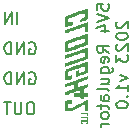
<source format=gbr>
%TF.GenerationSoftware,KiCad,Pcbnew,7.0.5*%
%TF.CreationDate,2023-06-08T09:16:16-06:00*%
%TF.ProjectId,VoltageRegulator,566f6c74-6167-4655-9265-67756c61746f,rev?*%
%TF.SameCoordinates,Original*%
%TF.FileFunction,Legend,Bot*%
%TF.FilePolarity,Positive*%
%FSLAX46Y46*%
G04 Gerber Fmt 4.6, Leading zero omitted, Abs format (unit mm)*
G04 Created by KiCad (PCBNEW 7.0.5) date 2023-06-08 09:16:16*
%MOMM*%
%LPD*%
G01*
G04 APERTURE LIST*
%ADD10C,0.150000*%
G04 APERTURE END LIST*
D10*
X134918220Y-95119819D02*
X134918220Y-94119819D01*
X134442030Y-95119819D02*
X134442030Y-94119819D01*
X134442030Y-94119819D02*
X133870602Y-95119819D01*
X133870602Y-95119819D02*
X133870602Y-94119819D01*
X136124744Y-101739819D02*
X135934268Y-101739819D01*
X135934268Y-101739819D02*
X135839030Y-101787438D01*
X135839030Y-101787438D02*
X135743792Y-101882676D01*
X135743792Y-101882676D02*
X135696173Y-102073152D01*
X135696173Y-102073152D02*
X135696173Y-102406485D01*
X135696173Y-102406485D02*
X135743792Y-102596961D01*
X135743792Y-102596961D02*
X135839030Y-102692200D01*
X135839030Y-102692200D02*
X135934268Y-102739819D01*
X135934268Y-102739819D02*
X136124744Y-102739819D01*
X136124744Y-102739819D02*
X136219982Y-102692200D01*
X136219982Y-102692200D02*
X136315220Y-102596961D01*
X136315220Y-102596961D02*
X136362839Y-102406485D01*
X136362839Y-102406485D02*
X136362839Y-102073152D01*
X136362839Y-102073152D02*
X136315220Y-101882676D01*
X136315220Y-101882676D02*
X136219982Y-101787438D01*
X136219982Y-101787438D02*
X136124744Y-101739819D01*
X135267601Y-101739819D02*
X135267601Y-102549342D01*
X135267601Y-102549342D02*
X135219982Y-102644580D01*
X135219982Y-102644580D02*
X135172363Y-102692200D01*
X135172363Y-102692200D02*
X135077125Y-102739819D01*
X135077125Y-102739819D02*
X134886649Y-102739819D01*
X134886649Y-102739819D02*
X134791411Y-102692200D01*
X134791411Y-102692200D02*
X134743792Y-102644580D01*
X134743792Y-102644580D02*
X134696173Y-102549342D01*
X134696173Y-102549342D02*
X134696173Y-101739819D01*
X134362839Y-101739819D02*
X133791411Y-101739819D01*
X134077125Y-102739819D02*
X134077125Y-101739819D01*
X135918411Y-99247438D02*
X136013649Y-99199819D01*
X136013649Y-99199819D02*
X136156506Y-99199819D01*
X136156506Y-99199819D02*
X136299363Y-99247438D01*
X136299363Y-99247438D02*
X136394601Y-99342676D01*
X136394601Y-99342676D02*
X136442220Y-99437914D01*
X136442220Y-99437914D02*
X136489839Y-99628390D01*
X136489839Y-99628390D02*
X136489839Y-99771247D01*
X136489839Y-99771247D02*
X136442220Y-99961723D01*
X136442220Y-99961723D02*
X136394601Y-100056961D01*
X136394601Y-100056961D02*
X136299363Y-100152200D01*
X136299363Y-100152200D02*
X136156506Y-100199819D01*
X136156506Y-100199819D02*
X136061268Y-100199819D01*
X136061268Y-100199819D02*
X135918411Y-100152200D01*
X135918411Y-100152200D02*
X135870792Y-100104580D01*
X135870792Y-100104580D02*
X135870792Y-99771247D01*
X135870792Y-99771247D02*
X136061268Y-99771247D01*
X135442220Y-100199819D02*
X135442220Y-99199819D01*
X135442220Y-99199819D02*
X134870792Y-100199819D01*
X134870792Y-100199819D02*
X134870792Y-99199819D01*
X134394601Y-100199819D02*
X134394601Y-99199819D01*
X134394601Y-99199819D02*
X134156506Y-99199819D01*
X134156506Y-99199819D02*
X134013649Y-99247438D01*
X134013649Y-99247438D02*
X133918411Y-99342676D01*
X133918411Y-99342676D02*
X133870792Y-99437914D01*
X133870792Y-99437914D02*
X133823173Y-99628390D01*
X133823173Y-99628390D02*
X133823173Y-99771247D01*
X133823173Y-99771247D02*
X133870792Y-99961723D01*
X133870792Y-99961723D02*
X133918411Y-100056961D01*
X133918411Y-100056961D02*
X134013649Y-100152200D01*
X134013649Y-100152200D02*
X134156506Y-100199819D01*
X134156506Y-100199819D02*
X134394601Y-100199819D01*
X141658819Y-93909141D02*
X141658819Y-93432951D01*
X141658819Y-93432951D02*
X142135009Y-93385332D01*
X142135009Y-93385332D02*
X142087390Y-93432951D01*
X142087390Y-93432951D02*
X142039771Y-93528189D01*
X142039771Y-93528189D02*
X142039771Y-93766284D01*
X142039771Y-93766284D02*
X142087390Y-93861522D01*
X142087390Y-93861522D02*
X142135009Y-93909141D01*
X142135009Y-93909141D02*
X142230247Y-93956760D01*
X142230247Y-93956760D02*
X142468342Y-93956760D01*
X142468342Y-93956760D02*
X142563580Y-93909141D01*
X142563580Y-93909141D02*
X142611200Y-93861522D01*
X142611200Y-93861522D02*
X142658819Y-93766284D01*
X142658819Y-93766284D02*
X142658819Y-93528189D01*
X142658819Y-93528189D02*
X142611200Y-93432951D01*
X142611200Y-93432951D02*
X142563580Y-93385332D01*
X141658819Y-94242475D02*
X142658819Y-94575808D01*
X142658819Y-94575808D02*
X141658819Y-94909141D01*
X141992152Y-95671046D02*
X142658819Y-95671046D01*
X141611200Y-95432951D02*
X142325485Y-95194856D01*
X142325485Y-95194856D02*
X142325485Y-95813903D01*
X142658819Y-97528189D02*
X142182628Y-97194856D01*
X142658819Y-96956761D02*
X141658819Y-96956761D01*
X141658819Y-96956761D02*
X141658819Y-97337713D01*
X141658819Y-97337713D02*
X141706438Y-97432951D01*
X141706438Y-97432951D02*
X141754057Y-97480570D01*
X141754057Y-97480570D02*
X141849295Y-97528189D01*
X141849295Y-97528189D02*
X141992152Y-97528189D01*
X141992152Y-97528189D02*
X142087390Y-97480570D01*
X142087390Y-97480570D02*
X142135009Y-97432951D01*
X142135009Y-97432951D02*
X142182628Y-97337713D01*
X142182628Y-97337713D02*
X142182628Y-96956761D01*
X142611200Y-98337713D02*
X142658819Y-98242475D01*
X142658819Y-98242475D02*
X142658819Y-98051999D01*
X142658819Y-98051999D02*
X142611200Y-97956761D01*
X142611200Y-97956761D02*
X142515961Y-97909142D01*
X142515961Y-97909142D02*
X142135009Y-97909142D01*
X142135009Y-97909142D02*
X142039771Y-97956761D01*
X142039771Y-97956761D02*
X141992152Y-98051999D01*
X141992152Y-98051999D02*
X141992152Y-98242475D01*
X141992152Y-98242475D02*
X142039771Y-98337713D01*
X142039771Y-98337713D02*
X142135009Y-98385332D01*
X142135009Y-98385332D02*
X142230247Y-98385332D01*
X142230247Y-98385332D02*
X142325485Y-97909142D01*
X141992152Y-99242475D02*
X142801676Y-99242475D01*
X142801676Y-99242475D02*
X142896914Y-99194856D01*
X142896914Y-99194856D02*
X142944533Y-99147237D01*
X142944533Y-99147237D02*
X142992152Y-99051999D01*
X142992152Y-99051999D02*
X142992152Y-98909142D01*
X142992152Y-98909142D02*
X142944533Y-98813904D01*
X142611200Y-99242475D02*
X142658819Y-99147237D01*
X142658819Y-99147237D02*
X142658819Y-98956761D01*
X142658819Y-98956761D02*
X142611200Y-98861523D01*
X142611200Y-98861523D02*
X142563580Y-98813904D01*
X142563580Y-98813904D02*
X142468342Y-98766285D01*
X142468342Y-98766285D02*
X142182628Y-98766285D01*
X142182628Y-98766285D02*
X142087390Y-98813904D01*
X142087390Y-98813904D02*
X142039771Y-98861523D01*
X142039771Y-98861523D02*
X141992152Y-98956761D01*
X141992152Y-98956761D02*
X141992152Y-99147237D01*
X141992152Y-99147237D02*
X142039771Y-99242475D01*
X141992152Y-100147237D02*
X142658819Y-100147237D01*
X141992152Y-99718666D02*
X142515961Y-99718666D01*
X142515961Y-99718666D02*
X142611200Y-99766285D01*
X142611200Y-99766285D02*
X142658819Y-99861523D01*
X142658819Y-99861523D02*
X142658819Y-100004380D01*
X142658819Y-100004380D02*
X142611200Y-100099618D01*
X142611200Y-100099618D02*
X142563580Y-100147237D01*
X142658819Y-100766285D02*
X142611200Y-100671047D01*
X142611200Y-100671047D02*
X142515961Y-100623428D01*
X142515961Y-100623428D02*
X141658819Y-100623428D01*
X142658819Y-101575809D02*
X142135009Y-101575809D01*
X142135009Y-101575809D02*
X142039771Y-101528190D01*
X142039771Y-101528190D02*
X141992152Y-101432952D01*
X141992152Y-101432952D02*
X141992152Y-101242476D01*
X141992152Y-101242476D02*
X142039771Y-101147238D01*
X142611200Y-101575809D02*
X142658819Y-101480571D01*
X142658819Y-101480571D02*
X142658819Y-101242476D01*
X142658819Y-101242476D02*
X142611200Y-101147238D01*
X142611200Y-101147238D02*
X142515961Y-101099619D01*
X142515961Y-101099619D02*
X142420723Y-101099619D01*
X142420723Y-101099619D02*
X142325485Y-101147238D01*
X142325485Y-101147238D02*
X142277866Y-101242476D01*
X142277866Y-101242476D02*
X142277866Y-101480571D01*
X142277866Y-101480571D02*
X142230247Y-101575809D01*
X141992152Y-101909143D02*
X141992152Y-102290095D01*
X141658819Y-102052000D02*
X142515961Y-102052000D01*
X142515961Y-102052000D02*
X142611200Y-102099619D01*
X142611200Y-102099619D02*
X142658819Y-102194857D01*
X142658819Y-102194857D02*
X142658819Y-102290095D01*
X142658819Y-102766286D02*
X142611200Y-102671048D01*
X142611200Y-102671048D02*
X142563580Y-102623429D01*
X142563580Y-102623429D02*
X142468342Y-102575810D01*
X142468342Y-102575810D02*
X142182628Y-102575810D01*
X142182628Y-102575810D02*
X142087390Y-102623429D01*
X142087390Y-102623429D02*
X142039771Y-102671048D01*
X142039771Y-102671048D02*
X141992152Y-102766286D01*
X141992152Y-102766286D02*
X141992152Y-102909143D01*
X141992152Y-102909143D02*
X142039771Y-103004381D01*
X142039771Y-103004381D02*
X142087390Y-103052000D01*
X142087390Y-103052000D02*
X142182628Y-103099619D01*
X142182628Y-103099619D02*
X142468342Y-103099619D01*
X142468342Y-103099619D02*
X142563580Y-103052000D01*
X142563580Y-103052000D02*
X142611200Y-103004381D01*
X142611200Y-103004381D02*
X142658819Y-102909143D01*
X142658819Y-102909143D02*
X142658819Y-102766286D01*
X142658819Y-103528191D02*
X141992152Y-103528191D01*
X142182628Y-103528191D02*
X142087390Y-103575810D01*
X142087390Y-103575810D02*
X142039771Y-103623429D01*
X142039771Y-103623429D02*
X141992152Y-103718667D01*
X141992152Y-103718667D02*
X141992152Y-103813905D01*
X143364057Y-94885333D02*
X143316438Y-94932952D01*
X143316438Y-94932952D02*
X143268819Y-95028190D01*
X143268819Y-95028190D02*
X143268819Y-95266285D01*
X143268819Y-95266285D02*
X143316438Y-95361523D01*
X143316438Y-95361523D02*
X143364057Y-95409142D01*
X143364057Y-95409142D02*
X143459295Y-95456761D01*
X143459295Y-95456761D02*
X143554533Y-95456761D01*
X143554533Y-95456761D02*
X143697390Y-95409142D01*
X143697390Y-95409142D02*
X144268819Y-94837714D01*
X144268819Y-94837714D02*
X144268819Y-95456761D01*
X143268819Y-96075809D02*
X143268819Y-96171047D01*
X143268819Y-96171047D02*
X143316438Y-96266285D01*
X143316438Y-96266285D02*
X143364057Y-96313904D01*
X143364057Y-96313904D02*
X143459295Y-96361523D01*
X143459295Y-96361523D02*
X143649771Y-96409142D01*
X143649771Y-96409142D02*
X143887866Y-96409142D01*
X143887866Y-96409142D02*
X144078342Y-96361523D01*
X144078342Y-96361523D02*
X144173580Y-96313904D01*
X144173580Y-96313904D02*
X144221200Y-96266285D01*
X144221200Y-96266285D02*
X144268819Y-96171047D01*
X144268819Y-96171047D02*
X144268819Y-96075809D01*
X144268819Y-96075809D02*
X144221200Y-95980571D01*
X144221200Y-95980571D02*
X144173580Y-95932952D01*
X144173580Y-95932952D02*
X144078342Y-95885333D01*
X144078342Y-95885333D02*
X143887866Y-95837714D01*
X143887866Y-95837714D02*
X143649771Y-95837714D01*
X143649771Y-95837714D02*
X143459295Y-95885333D01*
X143459295Y-95885333D02*
X143364057Y-95932952D01*
X143364057Y-95932952D02*
X143316438Y-95980571D01*
X143316438Y-95980571D02*
X143268819Y-96075809D01*
X143364057Y-96790095D02*
X143316438Y-96837714D01*
X143316438Y-96837714D02*
X143268819Y-96932952D01*
X143268819Y-96932952D02*
X143268819Y-97171047D01*
X143268819Y-97171047D02*
X143316438Y-97266285D01*
X143316438Y-97266285D02*
X143364057Y-97313904D01*
X143364057Y-97313904D02*
X143459295Y-97361523D01*
X143459295Y-97361523D02*
X143554533Y-97361523D01*
X143554533Y-97361523D02*
X143697390Y-97313904D01*
X143697390Y-97313904D02*
X144268819Y-96742476D01*
X144268819Y-96742476D02*
X144268819Y-97361523D01*
X143268819Y-97694857D02*
X143268819Y-98313904D01*
X143268819Y-98313904D02*
X143649771Y-97980571D01*
X143649771Y-97980571D02*
X143649771Y-98123428D01*
X143649771Y-98123428D02*
X143697390Y-98218666D01*
X143697390Y-98218666D02*
X143745009Y-98266285D01*
X143745009Y-98266285D02*
X143840247Y-98313904D01*
X143840247Y-98313904D02*
X144078342Y-98313904D01*
X144078342Y-98313904D02*
X144173580Y-98266285D01*
X144173580Y-98266285D02*
X144221200Y-98218666D01*
X144221200Y-98218666D02*
X144268819Y-98123428D01*
X144268819Y-98123428D02*
X144268819Y-97837714D01*
X144268819Y-97837714D02*
X144221200Y-97742476D01*
X144221200Y-97742476D02*
X144173580Y-97694857D01*
X143602152Y-99409143D02*
X144268819Y-99647238D01*
X144268819Y-99647238D02*
X143602152Y-99885333D01*
X144268819Y-100790095D02*
X144268819Y-100218667D01*
X144268819Y-100504381D02*
X143268819Y-100504381D01*
X143268819Y-100504381D02*
X143411676Y-100409143D01*
X143411676Y-100409143D02*
X143506914Y-100313905D01*
X143506914Y-100313905D02*
X143554533Y-100218667D01*
X144173580Y-101218667D02*
X144221200Y-101266286D01*
X144221200Y-101266286D02*
X144268819Y-101218667D01*
X144268819Y-101218667D02*
X144221200Y-101171048D01*
X144221200Y-101171048D02*
X144173580Y-101218667D01*
X144173580Y-101218667D02*
X144268819Y-101218667D01*
X143268819Y-101885333D02*
X143268819Y-101980571D01*
X143268819Y-101980571D02*
X143316438Y-102075809D01*
X143316438Y-102075809D02*
X143364057Y-102123428D01*
X143364057Y-102123428D02*
X143459295Y-102171047D01*
X143459295Y-102171047D02*
X143649771Y-102218666D01*
X143649771Y-102218666D02*
X143887866Y-102218666D01*
X143887866Y-102218666D02*
X144078342Y-102171047D01*
X144078342Y-102171047D02*
X144173580Y-102123428D01*
X144173580Y-102123428D02*
X144221200Y-102075809D01*
X144221200Y-102075809D02*
X144268819Y-101980571D01*
X144268819Y-101980571D02*
X144268819Y-101885333D01*
X144268819Y-101885333D02*
X144221200Y-101790095D01*
X144221200Y-101790095D02*
X144173580Y-101742476D01*
X144173580Y-101742476D02*
X144078342Y-101694857D01*
X144078342Y-101694857D02*
X143887866Y-101647238D01*
X143887866Y-101647238D02*
X143649771Y-101647238D01*
X143649771Y-101647238D02*
X143459295Y-101694857D01*
X143459295Y-101694857D02*
X143364057Y-101742476D01*
X143364057Y-101742476D02*
X143316438Y-101790095D01*
X143316438Y-101790095D02*
X143268819Y-101885333D01*
X135918411Y-96707438D02*
X136013649Y-96659819D01*
X136013649Y-96659819D02*
X136156506Y-96659819D01*
X136156506Y-96659819D02*
X136299363Y-96707438D01*
X136299363Y-96707438D02*
X136394601Y-96802676D01*
X136394601Y-96802676D02*
X136442220Y-96897914D01*
X136442220Y-96897914D02*
X136489839Y-97088390D01*
X136489839Y-97088390D02*
X136489839Y-97231247D01*
X136489839Y-97231247D02*
X136442220Y-97421723D01*
X136442220Y-97421723D02*
X136394601Y-97516961D01*
X136394601Y-97516961D02*
X136299363Y-97612200D01*
X136299363Y-97612200D02*
X136156506Y-97659819D01*
X136156506Y-97659819D02*
X136061268Y-97659819D01*
X136061268Y-97659819D02*
X135918411Y-97612200D01*
X135918411Y-97612200D02*
X135870792Y-97564580D01*
X135870792Y-97564580D02*
X135870792Y-97231247D01*
X135870792Y-97231247D02*
X136061268Y-97231247D01*
X135442220Y-97659819D02*
X135442220Y-96659819D01*
X135442220Y-96659819D02*
X134870792Y-97659819D01*
X134870792Y-97659819D02*
X134870792Y-96659819D01*
X134394601Y-97659819D02*
X134394601Y-96659819D01*
X134394601Y-96659819D02*
X134156506Y-96659819D01*
X134156506Y-96659819D02*
X134013649Y-96707438D01*
X134013649Y-96707438D02*
X133918411Y-96802676D01*
X133918411Y-96802676D02*
X133870792Y-96897914D01*
X133870792Y-96897914D02*
X133823173Y-97088390D01*
X133823173Y-97088390D02*
X133823173Y-97231247D01*
X133823173Y-97231247D02*
X133870792Y-97421723D01*
X133870792Y-97421723D02*
X133918411Y-97516961D01*
X133918411Y-97516961D02*
X134013649Y-97612200D01*
X134013649Y-97612200D02*
X134156506Y-97659819D01*
X134156506Y-97659819D02*
X134394601Y-97659819D01*
%TO.C,G\u002A\u002A\u002A*%
G36*
X140898522Y-102763422D02*
G01*
X140896072Y-102830087D01*
X140884311Y-102877396D01*
X140860231Y-102891060D01*
X140833356Y-102875277D01*
X140821939Y-102814477D01*
X140821939Y-102737894D01*
X140553899Y-102737894D01*
X140520321Y-102737869D01*
X140411844Y-102736794D01*
X140343186Y-102732874D01*
X140305320Y-102724387D01*
X140289220Y-102709615D01*
X140285859Y-102686839D01*
X140286948Y-102671808D01*
X140296655Y-102655079D01*
X140323572Y-102644522D01*
X140376160Y-102638727D01*
X140462880Y-102636284D01*
X140592191Y-102635783D01*
X140898522Y-102635783D01*
X140898522Y-102763422D01*
G37*
G36*
X140898522Y-103069753D02*
G01*
X140896072Y-103136418D01*
X140884311Y-103183727D01*
X140860231Y-103197391D01*
X140833356Y-103181608D01*
X140821939Y-103120809D01*
X140821939Y-103044226D01*
X140553899Y-103044226D01*
X140520321Y-103044200D01*
X140411844Y-103043126D01*
X140343186Y-103039205D01*
X140305320Y-103030719D01*
X140289220Y-103015947D01*
X140285859Y-102993170D01*
X140286948Y-102978140D01*
X140296655Y-102961411D01*
X140323572Y-102950854D01*
X140376160Y-102945059D01*
X140462880Y-102942616D01*
X140592191Y-102942115D01*
X140898522Y-102942115D01*
X140898522Y-103069753D01*
G37*
G36*
X140898522Y-95322345D02*
G01*
X140898522Y-95709712D01*
X140793755Y-95741101D01*
X140770366Y-95748179D01*
X140699318Y-95770505D01*
X140653353Y-95786165D01*
X140650138Y-95787200D01*
X140634029Y-95781153D01*
X140624112Y-95747752D01*
X140619103Y-95679115D01*
X140617718Y-95567359D01*
X140617545Y-95513660D01*
X140616305Y-95421890D01*
X140614132Y-95358528D01*
X140611336Y-95334896D01*
X140597312Y-95339349D01*
X140540429Y-95358495D01*
X140445080Y-95390973D01*
X140316885Y-95434857D01*
X140161466Y-95488223D01*
X139984442Y-95549146D01*
X139791436Y-95615700D01*
X139647519Y-95665320D01*
X139465474Y-95727924D01*
X139303423Y-95783467D01*
X139167016Y-95830022D01*
X139061904Y-95865662D01*
X138993738Y-95888460D01*
X138968169Y-95896487D01*
X138963929Y-95881749D01*
X138959956Y-95828352D01*
X138958422Y-95749376D01*
X138958422Y-95602265D01*
X139928472Y-95268622D01*
X140898522Y-94934978D01*
X140898522Y-95322345D01*
G37*
G36*
X140749663Y-103252412D02*
G01*
X140827204Y-103255053D01*
X140866231Y-103259981D01*
X140879909Y-103270807D01*
X140893571Y-103318246D01*
X140893484Y-103407709D01*
X140885759Y-103542015D01*
X140790030Y-103549937D01*
X140732777Y-103551801D01*
X140701578Y-103539440D01*
X140694301Y-103505264D01*
X140708341Y-103464380D01*
X140758120Y-103452668D01*
X140806982Y-103441648D01*
X140821939Y-103401613D01*
X140819715Y-103381482D01*
X140805392Y-103364713D01*
X140769175Y-103355409D01*
X140701347Y-103351410D01*
X140592191Y-103350557D01*
X140501603Y-103351052D01*
X140426144Y-103354235D01*
X140384276Y-103362283D01*
X140366281Y-103377356D01*
X140362442Y-103401613D01*
X140376217Y-103440702D01*
X140426261Y-103452668D01*
X140475868Y-103464239D01*
X140490080Y-103505264D01*
X140484848Y-103536288D01*
X140457649Y-103551178D01*
X140394352Y-103549937D01*
X140298623Y-103542015D01*
X140298623Y-103401613D01*
X140298623Y-103261211D01*
X140564937Y-103253884D01*
X140646107Y-103252311D01*
X140749663Y-103252412D01*
G37*
G36*
X140898522Y-102010356D02*
G01*
X140898522Y-102482618D01*
X140758931Y-102482618D01*
X140619339Y-102482618D01*
X140612147Y-102192836D01*
X140604955Y-101903054D01*
X140096034Y-102192836D01*
X139587114Y-102482618D01*
X139319451Y-102482618D01*
X139247037Y-102482645D01*
X139137283Y-102480141D01*
X139059588Y-102468418D01*
X139008421Y-102440507D01*
X138978251Y-102389436D01*
X138963548Y-102308234D01*
X138958782Y-102189931D01*
X138958422Y-102027556D01*
X138958426Y-101926570D01*
X138960614Y-101788844D01*
X138970024Y-101691252D01*
X138991844Y-101626890D01*
X139031263Y-101588852D01*
X139093470Y-101570232D01*
X139183653Y-101564124D01*
X139307001Y-101563623D01*
X139571085Y-101563623D01*
X139571085Y-101704025D01*
X139571085Y-101844427D01*
X139405156Y-101844427D01*
X139239226Y-101844427D01*
X139239226Y-102023120D01*
X139239226Y-102201814D01*
X139398229Y-102201814D01*
X139435637Y-102201525D01*
X139480277Y-102198777D01*
X139524483Y-102190702D01*
X139574645Y-102174436D01*
X139637154Y-102147113D01*
X139718400Y-102105868D01*
X139824774Y-102047837D01*
X139962666Y-101970154D01*
X140138466Y-101869954D01*
X140180513Y-101845987D01*
X140364586Y-101742341D01*
X140510749Y-101662689D01*
X140623642Y-101604734D01*
X140707907Y-101566182D01*
X140768183Y-101544734D01*
X140809111Y-101538095D01*
X140898522Y-101538095D01*
X140898522Y-102010356D01*
G37*
G36*
X140822237Y-97125203D02*
G01*
X140867889Y-97152447D01*
X140868530Y-97153125D01*
X140881948Y-97190973D01*
X140891288Y-97271635D01*
X140896747Y-97397818D01*
X140898522Y-97572229D01*
X140898479Y-97635371D01*
X140897596Y-97767806D01*
X140894679Y-97861610D01*
X140888574Y-97925752D01*
X140878124Y-97969203D01*
X140862176Y-98000933D01*
X140839573Y-98029912D01*
X140835298Y-98034550D01*
X140807748Y-98056415D01*
X140762653Y-98081967D01*
X140695588Y-98112952D01*
X140602131Y-98151117D01*
X140477858Y-98198210D01*
X140318345Y-98255978D01*
X140119168Y-98326168D01*
X139875904Y-98410527D01*
X138971186Y-98722610D01*
X138963410Y-98581916D01*
X138962061Y-98540380D01*
X138967810Y-98460748D01*
X138985675Y-98422657D01*
X139000878Y-98416121D01*
X139060219Y-98393914D01*
X139158086Y-98358720D01*
X139288573Y-98312619D01*
X139445777Y-98257693D01*
X139623794Y-98196023D01*
X139816717Y-98129691D01*
X140617718Y-97855293D01*
X140617718Y-97667247D01*
X140617694Y-97652278D01*
X140616450Y-97564518D01*
X140613700Y-97502628D01*
X140609962Y-97479201D01*
X140595801Y-97483618D01*
X140538728Y-97502734D01*
X140443200Y-97535200D01*
X140314851Y-97579087D01*
X140159316Y-97632469D01*
X139982230Y-97693417D01*
X139789226Y-97760005D01*
X139645637Y-97809552D01*
X139463716Y-97872178D01*
X139301818Y-97927742D01*
X139165585Y-97974316D01*
X139060664Y-98009971D01*
X138992699Y-98032778D01*
X138967335Y-98040809D01*
X138963422Y-98025660D01*
X138959814Y-97971846D01*
X138958422Y-97892509D01*
X138958422Y-97744209D01*
X139864009Y-97433011D01*
X139882878Y-97426530D01*
X140087140Y-97356690D01*
X140276378Y-97292563D01*
X140445054Y-97235984D01*
X140587632Y-97188785D01*
X140698578Y-97152801D01*
X140772354Y-97129866D01*
X140803426Y-97121814D01*
X140822237Y-97125203D01*
G37*
G36*
X140821609Y-93806584D02*
G01*
X140867889Y-93833854D01*
X140868353Y-93834337D01*
X140881847Y-93871807D01*
X140891242Y-93952156D01*
X140896735Y-94078069D01*
X140898522Y-94252232D01*
X140898267Y-94349829D01*
X140896342Y-94476661D01*
X140891797Y-94566083D01*
X140883773Y-94626614D01*
X140871410Y-94666775D01*
X140853849Y-94695082D01*
X140832640Y-94713410D01*
X140763342Y-94753024D01*
X140660432Y-94799439D01*
X140533615Y-94848020D01*
X140258054Y-94945852D01*
X140265575Y-94791432D01*
X140273095Y-94637013D01*
X140439025Y-94581798D01*
X140604955Y-94526582D01*
X140612519Y-94340410D01*
X140614326Y-94283231D01*
X140612939Y-94207852D01*
X140604205Y-94171508D01*
X140586991Y-94166496D01*
X140586714Y-94166599D01*
X140553338Y-94178299D01*
X140478478Y-94204228D01*
X140368753Y-94242104D01*
X140230780Y-94289643D01*
X140071177Y-94344564D01*
X139896563Y-94404585D01*
X139239226Y-94630414D01*
X139239226Y-94803953D01*
X139239229Y-94806783D01*
X139242289Y-94892888D01*
X139250007Y-94954157D01*
X139260757Y-94977492D01*
X139286656Y-94971933D01*
X139348956Y-94953428D01*
X139430683Y-94926437D01*
X139500058Y-94902910D01*
X139561031Y-94883024D01*
X139587845Y-94875381D01*
X139591715Y-94890773D01*
X139595250Y-94944833D01*
X139596613Y-95024382D01*
X139596613Y-95173382D01*
X139360482Y-95254435D01*
X139266113Y-95285555D01*
X139141896Y-95319855D01*
X139055229Y-95332422D01*
X139000954Y-95323792D01*
X138973917Y-95294500D01*
X138971790Y-95285459D01*
X138966526Y-95230146D01*
X138962284Y-95137927D01*
X138959452Y-95019134D01*
X138958422Y-94884094D01*
X138958473Y-94793201D01*
X138959414Y-94674703D01*
X138962696Y-94592635D01*
X138969789Y-94537803D01*
X138982162Y-94501015D01*
X139001283Y-94473079D01*
X139028623Y-94444801D01*
X139034504Y-94439421D01*
X139071564Y-94414354D01*
X139132061Y-94383727D01*
X139220199Y-94345887D01*
X139340179Y-94299183D01*
X139496206Y-94241965D01*
X139692483Y-94172580D01*
X139933211Y-94089377D01*
X140092141Y-94035089D01*
X140277960Y-93972198D01*
X140444539Y-93916459D01*
X140586076Y-93869782D01*
X140696771Y-93834077D01*
X140770822Y-93811253D01*
X140802427Y-93803221D01*
X140821609Y-93806584D01*
G37*
G36*
X140821609Y-98324976D02*
G01*
X140867889Y-98352246D01*
X140868530Y-98352924D01*
X140881948Y-98390772D01*
X140891288Y-98471434D01*
X140896747Y-98597617D01*
X140898522Y-98772028D01*
X140898487Y-98828991D01*
X140897638Y-98963213D01*
X140894802Y-99058319D01*
X140888854Y-99123182D01*
X140878669Y-99166678D01*
X140863121Y-99197683D01*
X140841085Y-99225071D01*
X140814817Y-99247212D01*
X140751118Y-99283043D01*
X140651764Y-99326408D01*
X140512213Y-99379243D01*
X140327922Y-99443480D01*
X140322938Y-99445169D01*
X140180137Y-99493401D01*
X140054975Y-99535344D01*
X139955124Y-99568453D01*
X139888256Y-99590185D01*
X139862043Y-99597994D01*
X139859182Y-99587761D01*
X139855423Y-99536768D01*
X139852846Y-99452661D01*
X139851889Y-99346325D01*
X139851889Y-99094656D01*
X139992291Y-99042936D01*
X140132693Y-98991216D01*
X140132693Y-99100822D01*
X140132693Y-99210429D01*
X140368824Y-99126207D01*
X140604955Y-99041984D01*
X140612519Y-98857307D01*
X140614298Y-98801923D01*
X140612978Y-98726348D01*
X140604256Y-98689908D01*
X140586991Y-98684888D01*
X140586714Y-98684991D01*
X140553338Y-98696691D01*
X140478478Y-98722620D01*
X140368753Y-98760496D01*
X140230780Y-98808035D01*
X140071177Y-98862956D01*
X139896563Y-98922977D01*
X139239226Y-99148806D01*
X139239226Y-99333734D01*
X139239226Y-99518662D01*
X139383624Y-99468981D01*
X139449162Y-99446754D01*
X139509944Y-99426936D01*
X139536790Y-99419301D01*
X139540618Y-99434207D01*
X139544182Y-99487776D01*
X139545558Y-99566902D01*
X139545558Y-99714502D01*
X139299385Y-99795590D01*
X139213017Y-99824000D01*
X139116137Y-99852441D01*
X139047576Y-99861357D01*
X139002443Y-99845495D01*
X138975850Y-99799603D01*
X138962909Y-99718426D01*
X138958729Y-99596710D01*
X138958422Y-99429203D01*
X138958422Y-99032459D01*
X139028623Y-98963193D01*
X139034504Y-98957813D01*
X139071564Y-98932746D01*
X139132061Y-98902119D01*
X139220199Y-98864279D01*
X139340179Y-98817575D01*
X139496206Y-98760357D01*
X139692483Y-98690972D01*
X139933211Y-98607769D01*
X140092141Y-98553481D01*
X140277960Y-98490590D01*
X140444539Y-98434851D01*
X140586076Y-98388174D01*
X140696771Y-98352469D01*
X140770822Y-98329645D01*
X140802427Y-98321613D01*
X140821609Y-98324976D01*
G37*
G36*
X140821609Y-95925378D02*
G01*
X140867889Y-95952648D01*
X140870040Y-95955587D01*
X140881029Y-95999651D01*
X140889469Y-96081969D01*
X140895304Y-96191674D01*
X140898476Y-96317902D01*
X140898929Y-96449786D01*
X140896605Y-96576461D01*
X140891449Y-96687061D01*
X140883403Y-96770721D01*
X140872410Y-96816575D01*
X140849649Y-96847920D01*
X140795837Y-96892372D01*
X140767617Y-96905002D01*
X140692935Y-96933945D01*
X140583357Y-96973981D01*
X140445807Y-97022776D01*
X140287207Y-97077998D01*
X140114480Y-97137313D01*
X139934547Y-97198388D01*
X139754332Y-97258890D01*
X139580757Y-97316485D01*
X139420745Y-97368841D01*
X139281217Y-97413623D01*
X139169097Y-97448500D01*
X139091307Y-97471136D01*
X139054770Y-97479201D01*
X139008618Y-97469513D01*
X138973917Y-97438821D01*
X138971403Y-97427198D01*
X138966279Y-97368849D01*
X138962161Y-97274069D01*
X138959418Y-97152966D01*
X138958422Y-97015652D01*
X138958422Y-96935511D01*
X139239226Y-96935511D01*
X139239282Y-96949041D01*
X139242648Y-97036596D01*
X139250192Y-97098402D01*
X139260471Y-97121814D01*
X139260804Y-97121793D01*
X139291330Y-97113121D01*
X139361896Y-97090528D01*
X139464688Y-97056665D01*
X139591888Y-97014183D01*
X139735683Y-96965734D01*
X139888255Y-96913968D01*
X140041788Y-96861538D01*
X140188468Y-96811095D01*
X140320478Y-96765289D01*
X140430003Y-96726773D01*
X140509226Y-96698197D01*
X140617718Y-96658093D01*
X140617718Y-96466016D01*
X140617400Y-96421497D01*
X140613134Y-96336534D01*
X140602989Y-96293456D01*
X140585809Y-96285744D01*
X140585528Y-96285847D01*
X140552420Y-96297444D01*
X140477820Y-96323272D01*
X140368332Y-96361056D01*
X140230558Y-96408519D01*
X140071101Y-96463386D01*
X139896563Y-96523379D01*
X139239226Y-96749208D01*
X139239226Y-96935511D01*
X138958422Y-96935511D01*
X138958422Y-96632861D01*
X139028623Y-96563595D01*
X139034504Y-96558215D01*
X139071564Y-96533148D01*
X139132061Y-96502521D01*
X139220199Y-96464681D01*
X139340179Y-96417977D01*
X139496206Y-96360759D01*
X139692483Y-96291374D01*
X139933211Y-96208171D01*
X140092141Y-96153883D01*
X140277960Y-96090992D01*
X140444539Y-96035253D01*
X140585809Y-95988664D01*
X140586076Y-95988576D01*
X140696771Y-95952871D01*
X140770822Y-95930047D01*
X140802427Y-95922015D01*
X140821609Y-95925378D01*
G37*
G36*
X140893258Y-99630366D02*
G01*
X140885759Y-99782602D01*
X140464553Y-99928343D01*
X140043347Y-100074084D01*
X140035846Y-100257245D01*
X140035432Y-100268416D01*
X140035473Y-100355490D01*
X140041221Y-100417059D01*
X140051582Y-100440407D01*
X140078350Y-100433386D01*
X140144208Y-100412880D01*
X140238892Y-100382207D01*
X140352429Y-100344707D01*
X140474846Y-100303719D01*
X140596169Y-100262585D01*
X140706427Y-100224645D01*
X140795644Y-100193238D01*
X140853849Y-100171706D01*
X140874091Y-100166850D01*
X140889847Y-100179797D01*
X140896899Y-100223692D01*
X140898522Y-100308565D01*
X140898522Y-100462990D01*
X140719829Y-100520542D01*
X140541135Y-100578094D01*
X140541135Y-100777291D01*
X140541135Y-100976487D01*
X140719829Y-100976487D01*
X140898522Y-100976487D01*
X140898522Y-101129653D01*
X140898522Y-101282819D01*
X140719829Y-101282819D01*
X140672180Y-101282935D01*
X140598160Y-101285418D01*
X140559063Y-101294213D01*
X140543763Y-101313296D01*
X140541135Y-101346638D01*
X140538835Y-101378510D01*
X140523014Y-101400044D01*
X140481145Y-101408800D01*
X140400733Y-101410457D01*
X140330614Y-101409411D01*
X140283239Y-101402220D01*
X140263976Y-101383188D01*
X140260331Y-101346638D01*
X140260331Y-101282819D01*
X139979527Y-101282819D01*
X139698723Y-101282819D01*
X139698723Y-101129653D01*
X139698723Y-100976487D01*
X139979527Y-100976487D01*
X140260331Y-100976487D01*
X140260331Y-100836085D01*
X140258893Y-100778339D01*
X140253026Y-100718775D01*
X140244179Y-100695683D01*
X140221621Y-100702168D01*
X140156536Y-100723428D01*
X140055692Y-100757332D01*
X139925648Y-100801657D01*
X139772967Y-100854177D01*
X139604209Y-100912668D01*
X139452035Y-100965484D01*
X139298058Y-101018667D01*
X139166315Y-101063895D01*
X139063298Y-101098948D01*
X138995498Y-101121607D01*
X138969407Y-101129653D01*
X138964504Y-101113730D01*
X138960114Y-101059145D01*
X138958422Y-100979143D01*
X138958422Y-100828634D01*
X139245608Y-100726761D01*
X139351209Y-100689672D01*
X139471583Y-100648241D01*
X139573147Y-100614172D01*
X139641286Y-100592426D01*
X139749779Y-100559963D01*
X139749779Y-100372547D01*
X139749722Y-100358081D01*
X139746664Y-100270403D01*
X139739872Y-100208552D01*
X139730633Y-100185135D01*
X139721314Y-100187196D01*
X139670990Y-100202617D01*
X139585816Y-100230648D01*
X139474652Y-100268348D01*
X139346359Y-100312774D01*
X139279770Y-100335984D01*
X139160241Y-100377282D01*
X139062989Y-100410402D01*
X138996642Y-100432418D01*
X138969827Y-100440407D01*
X138964865Y-100425667D01*
X138960217Y-100372270D01*
X138958422Y-100293296D01*
X138958422Y-100146185D01*
X139929589Y-99812157D01*
X140900757Y-99478129D01*
X140893258Y-99630366D01*
G37*
%TD*%
M02*

</source>
